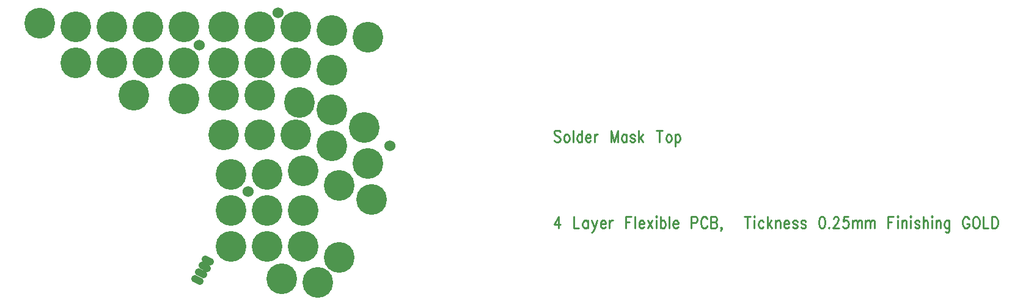
<source format=gbr>
*
*
G04 PADS 9.3 Build Number: 433611 generated Gerber (RS-274-X) file*
G04 PC Version=2.1*
*
%IN "MMSP_L.pcb"*%
*
%MOIN*%
*
%FSLAX35Y35*%
*
*
*
*
G04 PC Standard Apertures*
*
*
G04 Thermal Relief Aperture macro.*
%AMTER*
1,1,$1,0,0*
1,0,$1-$2,0,0*
21,0,$3,$4,0,0,45*
21,0,$3,$4,0,0,135*
%
*
*
G04 Annular Aperture macro.*
%AMANN*
1,1,$1,0,0*
1,0,$2,0,0*
%
*
*
G04 Odd Aperture macro.*
%AMODD*
1,1,$1,0,0*
1,0,$1-0.005,0,0*
%
*
*
G04 PC Custom Aperture Macros*
*
*
*
*
*
*
G04 PC Aperture Table*
*
%ADD010C,0.001*%
%ADD016C,0.01*%
%ADD043C,0.16748*%
%ADD044C,0.06*%
%ADD045C,0.04*%
*
*
*
*
G04 PC Circuitry*
G04 Layer Name MMSP_L.pcb - circuitry*
%LPD*%
*
*
G04 PC Custom Flashes*
G04 Layer Name MMSP_L.pcb - flashes*
%LPD*%
*
*
G04 PC Circuitry*
G04 Layer Name MMSP_L.pcb - circuitry*
%LPD*%
*
G54D10*
G54D16*
G01X1289796Y966058D02*
X1289341Y966683D01*
X1288660Y966996*
X1287751*
X1287069Y966683*
X1286614Y966058*
Y965433*
X1286841Y964808*
X1287069Y964496*
X1287523Y964183*
X1288887Y963558*
X1289341Y963246*
X1289569Y962933*
X1289796Y962308*
Y961371*
X1289341Y960746*
X1288660Y960433*
X1287751*
X1287069Y960746*
X1286614Y961371*
X1292978Y964808D02*
X1292523Y964496D01*
X1292069Y963871*
X1291841Y962933*
Y962308*
X1292069Y961371*
X1292523Y960746*
X1292978Y960433*
X1293660*
X1294114Y960746*
X1294569Y961371*
X1294796Y962308*
Y962933*
X1294569Y963871*
X1294114Y964496*
X1293660Y964808*
X1292978*
X1296841Y966996D02*
Y960433D01*
X1301614Y966996D02*
Y960433D01*
Y963871D02*
X1301160Y964496D01*
X1300705Y964808*
X1300023*
X1299569Y964496*
X1299114Y963871*
X1298887Y962933*
Y962308*
X1299114Y961371*
X1299569Y960746*
X1300023Y960433*
X1300705*
X1301160Y960746*
X1301614Y961371*
X1303660Y962933D02*
X1306387D01*
Y963558*
X1306160Y964183*
X1305932Y964496*
X1305478Y964808*
X1304796*
X1304341Y964496*
X1303887Y963871*
X1303660Y962933*
Y962308*
X1303887Y961371*
X1304341Y960746*
X1304796Y960433*
X1305478*
X1305932Y960746*
X1306387Y961371*
X1308432Y964808D02*
Y960433D01*
Y962933D02*
X1308660Y963871D01*
X1309114Y964496*
X1309569Y964808*
X1310251*
X1317523Y966996D02*
Y960433D01*
Y966996D02*
X1319341Y960433D01*
X1321160Y966996D02*
X1319341Y960433D01*
X1321160Y966996D02*
Y960433D01*
X1325932Y964808D02*
Y960433D01*
Y963871D02*
X1325478Y964496D01*
X1325023Y964808*
X1324341*
X1323887Y964496*
X1323432Y963871*
X1323205Y962933*
Y962308*
X1323432Y961371*
X1323887Y960746*
X1324341Y960433*
X1325023*
X1325478Y960746*
X1325932Y961371*
X1330478Y963871D02*
X1330251Y964496D01*
X1329569Y964808*
X1328887*
X1328205Y964496*
X1327978Y963871*
X1328205Y963246*
X1328660Y962933*
X1329796Y962621*
X1330251Y962308*
X1330478Y961683*
Y961371*
X1330251Y960746*
X1329569Y960433*
X1328887*
X1328205Y960746*
X1327978Y961371*
X1332523Y966996D02*
Y960433D01*
X1334796Y964808D02*
X1332523Y961683D01*
X1333432Y962933D02*
X1335023Y960433D01*
X1343887Y966996D02*
Y960433D01*
X1342296Y966996D02*
X1345478D01*
X1348660Y964808D02*
X1348205Y964496D01*
X1347751Y963871*
X1347523Y962933*
Y962308*
X1347751Y961371*
X1348205Y960746*
X1348660Y960433*
X1349341*
X1349796Y960746*
X1350251Y961371*
X1350478Y962308*
Y962933*
X1350251Y963871*
X1349796Y964496*
X1349341Y964808*
X1348660*
X1352523D02*
Y958246D01*
Y963871D02*
X1352978Y964496D01*
X1353432Y964808*
X1354114*
X1354569Y964496*
X1355023Y963871*
X1355251Y962933*
Y962308*
X1355023Y961371*
X1354569Y960746*
X1354114Y960433*
X1353432*
X1352978Y960746*
X1352523Y961371*
X1288887Y919948D02*
X1286614Y915573D01*
X1290023*
X1288887Y919948D02*
Y913386D01*
X1297296Y919948D02*
Y913386D01*
X1300023*
X1304796Y917761D02*
Y913386D01*
Y916823D02*
X1304341Y917448D01*
X1303887Y917761*
X1303205*
X1302751Y917448*
X1302296Y916823*
X1302069Y915886*
Y915261*
X1302296Y914323*
X1302751Y913698*
X1303205Y913386*
X1303887*
X1304341Y913698*
X1304796Y914323*
X1307069Y917761D02*
X1308432Y913386D01*
X1309796Y917761D02*
X1308432Y913386D01*
X1307978Y912136*
X1307523Y911511*
X1307069Y911198*
X1306841*
X1311841Y915886D02*
X1314569D01*
Y916511*
X1314341Y917136*
X1314114Y917448*
X1313660Y917761*
X1312978*
X1312523Y917448*
X1312069Y916823*
X1311841Y915886*
Y915261*
X1312069Y914323*
X1312523Y913698*
X1312978Y913386*
X1313660*
X1314114Y913698*
X1314569Y914323*
X1316614Y917761D02*
Y913386D01*
Y915886D02*
X1316841Y916823D01*
X1317296Y917448*
X1317751Y917761*
X1318432*
X1325705Y919948D02*
Y913386D01*
Y919948D02*
X1328660D01*
X1325705Y916823D02*
X1327523D01*
X1330705Y919948D02*
Y913386D01*
X1332751Y915886D02*
X1335478D01*
Y916511*
X1335251Y917136*
X1335023Y917448*
X1334569Y917761*
X1333887*
X1333432Y917448*
X1332978Y916823*
X1332751Y915886*
Y915261*
X1332978Y914323*
X1333432Y913698*
X1333887Y913386*
X1334569*
X1335023Y913698*
X1335478Y914323*
X1337523Y917761D02*
X1340023Y913386D01*
Y917761D02*
X1337523Y913386D01*
X1342069Y919948D02*
X1342296Y919636D01*
X1342523Y919948*
X1342296Y920261*
X1342069Y919948*
X1342296Y917761D02*
Y913386D01*
X1344569Y919948D02*
Y913386D01*
Y916823D02*
X1345023Y917448D01*
X1345478Y917761*
X1346160*
X1346614Y917448*
X1347069Y916823*
X1347296Y915886*
Y915261*
X1347069Y914323*
X1346614Y913698*
X1346160Y913386*
X1345478*
X1345023Y913698*
X1344569Y914323*
X1349341Y919948D02*
Y913386D01*
X1351387Y915886D02*
X1354114D01*
Y916511*
X1353887Y917136*
X1353660Y917448*
X1353205Y917761*
X1352523*
X1352069Y917448*
X1351614Y916823*
X1351387Y915886*
Y915261*
X1351614Y914323*
X1352069Y913698*
X1352523Y913386*
X1353205*
X1353660Y913698*
X1354114Y914323*
X1361387Y919948D02*
Y913386D01*
Y919948D02*
X1363432D01*
X1364114Y919636*
X1364341Y919323*
X1364569Y918698*
Y917761*
X1364341Y917136*
X1364114Y916823*
X1363432Y916511*
X1361387*
X1370023Y918386D02*
X1369796Y919011D01*
X1369341Y919636*
X1368887Y919948*
X1367978*
X1367523Y919636*
X1367069Y919011*
X1366841Y918386*
X1366614Y917448*
Y915886*
X1366841Y914948*
X1367069Y914323*
X1367523Y913698*
X1367978Y913386*
X1368887*
X1369341Y913698*
X1369796Y914323*
X1370023Y914948*
X1372069Y919948D02*
Y913386D01*
Y919948D02*
X1374114D01*
X1374796Y919636*
X1375023Y919323*
X1375251Y918698*
Y918073*
X1375023Y917448*
X1374796Y917136*
X1374114Y916823*
X1372069D02*
X1374114D01*
X1374796Y916511*
X1375023Y916198*
X1375251Y915573*
Y914636*
X1375023Y914011*
X1374796Y913698*
X1374114Y913386*
X1372069*
X1377751Y913698D02*
X1377523Y913386D01*
X1377296Y913698*
X1377523Y914011*
X1377751Y913698*
Y913073*
X1377523Y912448*
X1377296Y912136*
X1391841Y919948D02*
Y913386D01*
X1390251Y919948D02*
X1393432D01*
X1395478D02*
X1395705Y919636D01*
X1395932Y919948*
X1395705Y920261*
X1395478Y919948*
X1395705Y917761D02*
Y913386D01*
X1400705Y916823D02*
X1400251Y917448D01*
X1399796Y917761*
X1399114*
X1398660Y917448*
X1398205Y916823*
X1397978Y915886*
Y915261*
X1398205Y914323*
X1398660Y913698*
X1399114Y913386*
X1399796*
X1400251Y913698*
X1400705Y914323*
X1402751Y919948D02*
Y913386D01*
X1405023Y917761D02*
X1402751Y914636D01*
X1403660Y915886D02*
X1405251Y913386D01*
X1407296Y917761D02*
Y913386D01*
Y916511D02*
X1407978Y917448D01*
X1408432Y917761*
X1409114*
X1409569Y917448*
X1409796Y916511*
Y913386*
X1411841Y915886D02*
X1414569D01*
Y916511*
X1414341Y917136*
X1414114Y917448*
X1413660Y917761*
X1412978*
X1412523Y917448*
X1412069Y916823*
X1411841Y915886*
Y915261*
X1412069Y914323*
X1412523Y913698*
X1412978Y913386*
X1413660*
X1414114Y913698*
X1414569Y914323*
X1419114Y916823D02*
X1418887Y917448D01*
X1418205Y917761*
X1417523*
X1416841Y917448*
X1416614Y916823*
X1416841Y916198*
X1417296Y915886*
X1418432Y915573*
X1418887Y915261*
X1419114Y914636*
Y914323*
X1418887Y913698*
X1418205Y913386*
X1417523*
X1416841Y913698*
X1416614Y914323*
X1423660Y916823D02*
X1423432Y917448D01*
X1422751Y917761*
X1422069*
X1421387Y917448*
X1421160Y916823*
X1421387Y916198*
X1421841Y915886*
X1422978Y915573*
X1423432Y915261*
X1423660Y914636*
Y914323*
X1423432Y913698*
X1422751Y913386*
X1422069*
X1421387Y913698*
X1421160Y914323*
X1432296Y919948D02*
X1431614Y919636D01*
X1431160Y918698*
X1430932Y917136*
Y916198*
X1431160Y914636*
X1431614Y913698*
X1432296Y913386*
X1432751*
X1433432Y913698*
X1433887Y914636*
X1434114Y916198*
Y917136*
X1433887Y918698*
X1433432Y919636*
X1432751Y919948*
X1432296*
X1436387Y914011D02*
X1436160Y913698D01*
X1436387Y913386*
X1436614Y913698*
X1436387Y914011*
X1438887Y918386D02*
Y918698D01*
X1439114Y919323*
X1439341Y919636*
X1439796Y919948*
X1440705*
X1441160Y919636*
X1441387Y919323*
X1441614Y918698*
Y918073*
X1441387Y917448*
X1440932Y916511*
X1438660Y913386*
X1441841*
X1446841Y919948D02*
X1444569D01*
X1444341Y917136*
X1444569Y917448*
X1445251Y917761*
X1445932*
X1446614Y917448*
X1447069Y916823*
X1447296Y915886*
X1447069Y915261*
X1446841Y914323*
X1446387Y913698*
X1445705Y913386*
X1445023*
X1444341Y913698*
X1444114Y914011*
X1443887Y914636*
X1449341Y917761D02*
Y913386D01*
Y916511D02*
X1450023Y917448D01*
X1450478Y917761*
X1451160*
X1451614Y917448*
X1451841Y916511*
Y913386*
Y916511D02*
X1452523Y917448D01*
X1452978Y917761*
X1453660*
X1454114Y917448*
X1454341Y916511*
Y913386*
X1456387Y917761D02*
Y913386D01*
Y916511D02*
X1457069Y917448D01*
X1457523Y917761*
X1458205*
X1458660Y917448*
X1458887Y916511*
Y913386*
Y916511D02*
X1459569Y917448D01*
X1460023Y917761*
X1460705*
X1461160Y917448*
X1461387Y916511*
Y913386*
X1468660Y919948D02*
Y913386D01*
Y919948D02*
X1471614D01*
X1468660Y916823D02*
X1470478D01*
X1473660Y919948D02*
X1473887Y919636D01*
X1474114Y919948*
X1473887Y920261*
X1473660Y919948*
X1473887Y917761D02*
Y913386D01*
X1476160Y917761D02*
Y913386D01*
Y916511D02*
X1476841Y917448D01*
X1477296Y917761*
X1477978*
X1478432Y917448*
X1478660Y916511*
Y913386*
X1480705Y919948D02*
X1480932Y919636D01*
X1481160Y919948*
X1480932Y920261*
X1480705Y919948*
X1480932Y917761D02*
Y913386D01*
X1485705Y916823D02*
X1485478Y917448D01*
X1484796Y917761*
X1484114*
X1483432Y917448*
X1483205Y916823*
X1483432Y916198*
X1483887Y915886*
X1485023Y915573*
X1485478Y915261*
X1485705Y914636*
Y914323*
X1485478Y913698*
X1484796Y913386*
X1484114*
X1483432Y913698*
X1483205Y914323*
X1487751Y919948D02*
Y913386D01*
Y916511D02*
X1488432Y917448D01*
X1488887Y917761*
X1489569*
X1490023Y917448*
X1490251Y916511*
Y913386*
X1492296Y919948D02*
X1492523Y919636D01*
X1492751Y919948*
X1492523Y920261*
X1492296Y919948*
X1492523Y917761D02*
Y913386D01*
X1494796Y917761D02*
Y913386D01*
Y916511D02*
X1495478Y917448D01*
X1495932Y917761*
X1496614*
X1497069Y917448*
X1497296Y916511*
Y913386*
X1502069Y917761D02*
Y912761D01*
X1501841Y911823*
X1501614Y911511*
X1501160Y911198*
X1500478*
X1500023Y911511*
X1502069Y916823D02*
X1501614Y917448D01*
X1501160Y917761*
X1500478*
X1500023Y917448*
X1499569Y916823*
X1499341Y915886*
Y915261*
X1499569Y914323*
X1500023Y913698*
X1500478Y913386*
X1501160*
X1501614Y913698*
X1502069Y914323*
X1512751Y918386D02*
X1512523Y919011D01*
X1512069Y919636*
X1511614Y919948*
X1510705*
X1510251Y919636*
X1509796Y919011*
X1509569Y918386*
X1509341Y917448*
Y915886*
X1509569Y914948*
X1509796Y914323*
X1510251Y913698*
X1510705Y913386*
X1511614*
X1512069Y913698*
X1512523Y914323*
X1512751Y914948*
Y915886*
X1511614D02*
X1512751D01*
X1516160Y919948D02*
X1515705Y919636D01*
X1515251Y919011*
X1515023Y918386*
X1514796Y917448*
Y915886*
X1515023Y914948*
X1515251Y914323*
X1515705Y913698*
X1516160Y913386*
X1517069*
X1517523Y913698*
X1517978Y914323*
X1518205Y914948*
X1518432Y915886*
Y917448*
X1518205Y918386*
X1517978Y919011*
X1517523Y919636*
X1517069Y919948*
X1516160*
X1520478D02*
Y913386D01*
X1523205*
X1525251Y919948D02*
Y913386D01*
Y919948D02*
X1526841D01*
X1527523Y919636*
X1527978Y919011*
X1528205Y918386*
X1528432Y917448*
Y915886*
X1528205Y914948*
X1527978Y914323*
X1527523Y913698*
X1526841Y913386*
X1525251*
G54D43*
X1125984Y986220D03*
X1157480Y883858D03*
X1165354Y1000000D03*
X1137795Y885827D03*
X1106299Y1023622D03*
X1129921Y923228D03*
X1125984Y1023622D03*
X1110236Y903543D03*
X1145669Y1023622D03*
X1110236Y923228D03*
X1165354Y1021654D03*
X1149606Y923228D03*
X1110236Y942913D03*
X1185039Y1017717D03*
X1129921Y942913D03*
X1084646Y984252D03*
X1187008Y929134D03*
X1149606Y944882D03*
X1057087Y986220D03*
X1125984Y964567D03*
Y1003937D03*
X1045276D03*
X1025591D03*
X1106299Y964567D03*
X1145669D03*
X1025591Y1023622D03*
X1005906Y1025591D03*
X1045276Y1023622D03*
X1147638Y982283D03*
X1169291Y937008D03*
X1165354Y958661D03*
X1149606Y903543D03*
X1064961Y1023622D03*
Y1003937D03*
X1084646Y1023622D03*
X1165354Y978346D03*
X1183071Y968504D03*
X1185039Y948819D03*
X1084646Y1003937D03*
X1106299Y986220D03*
X1129921Y903543D03*
X1106299Y1003937D03*
X1169291Y897638D03*
X1145669Y1003937D03*
G54D44*
X1136060Y1031185D03*
X1119488Y933465D03*
X1196850Y958661D03*
X1092822Y1013458D03*
G54D45*
X1096309Y896562D02*
X1098967Y895170D01*
X1094453Y893019D02*
X1097111Y891627D01*
X1092597Y889476D02*
X1095254Y888083D01*
X1090741Y885932D02*
X1093398Y884540D01*
X0Y0D02*
M02*

</source>
